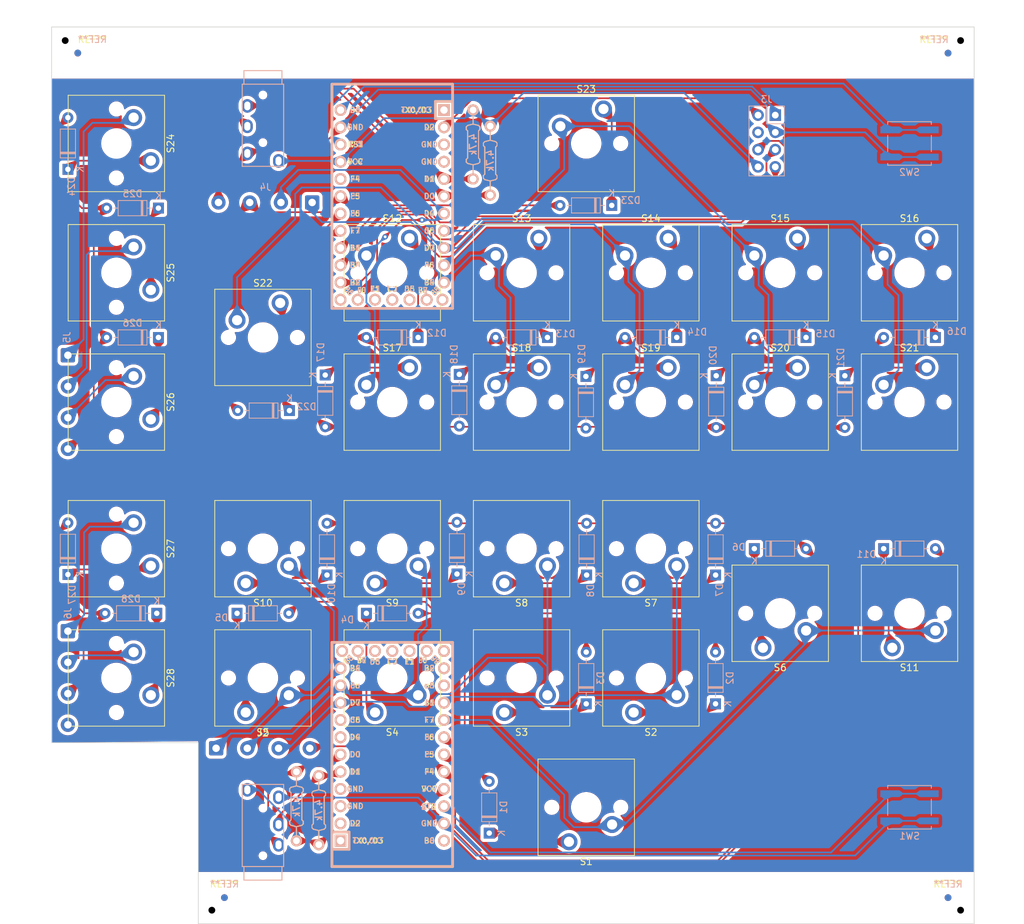
<source format=kicad_pcb>
(kicad_pcb (version 20221018) (generator pcbnew)
  (layers (0 "F.Cu" signal) (31 "B.Cu" signal) (34 "B.Paste" user) (35 "F.Paste" user) (36 "B.SilkS" user "B.Silkscreen") (37 "F.SilkS" user "F.Silkscreen") (38 "B.Mask" user) (39 "F.Mask" user) (44 "Edge.Cuts" user))
  (net 0 "")
  (net 1 "Net-(D1-K)")
  (net 2 "Net-(D2-K)")
  (net 3 "Net-(D3-K)")
  (net 4 "Net-(D4-K)")
  (net 5 "Net-(D5-K)")
  (net 6 "Net-(D6-K)")
  (net 7 "Net-(D7-K)")
  (net 8 "Net-(D8-K)")
  (net 9 "Net-(D9-K)")
  (net 10 "Net-(D10-K)")
  (net 11 "Net-(D11-K)")
  (net 12 "Net-(D12-K)")
  (net 13 "Net-(D13-K)")
  (net 14 "Net-(D14-K)")
  (net 15 "Net-(D15-K)")
  (net 16 "Net-(D16-K)")
  (net 17 "Net-(D17-K)")
  (net 18 "Net-(D18-K)")
  (net 19 "Net-(D19-K)")
  (net 20 "Net-(D20-K)")
  (net 21 "Net-(D21-K)")
  (net 22 "Net-(D22-K)")
  (net 23 "Net-(D23-K)")
  (net 24 "Net-(D24-K)")
  (net 25 "Net-(D25-K)")
  (net 26 "Net-(D26-K)")
  (net 27 "Net-(D27-K)")
  (net 28 "Net-(D28-K)")
  (net 29 "ss")
  (net 30 "motion")
  (net 31 "sclk")
  (net 32 "mosi")
  (net 33 "miso")
  (net 35 "Net-(SW1-A)")
  (net 36 "Net-(SW2-A)")
  (net 57 "l_row1")
  (net 58 "l_row2")
  (net 59 "l_row3")
  (net 60 "r_row1")
  (net 61 "r_row2")
  (net 62 "r_row3")
  (net 63 "t_row1")
  (net 64 "t_row2")
  (net 65 "l_col2")
  (net 66 "l_col3")
  (net 67 "l_col4")
  (net 68 "r_col3")
  (net 69 "r_col5")
  (net 70 "t_col3")
  (net 71 "t_col2")
  (net 72 "t_col1")
  (net 73 "t_col5")
  (net 74 "t_col4")
  (net 75 "r_data2")
  (net 76 "r_data1")
  (net 77 "l_data2")
  (net 78 "l_data1")
  (net 79 "l_col1")
  (net 80 "l_col5")
  (net 81 "r_col1")
  (net 82 "r_col2")
  (net 83 "r_col4")
  (net 88 "l_vcc")
  (net 89 "l_gnd")
  (net 90 "r_vcc")
  (net 91 "r_gnd")
  (net 92 "t_gnd")
  (footprint "" (layer "F.Cu") (at 75.7705 21.420625)
    (fp_text reference "")
    (fp_text value "")
  )
  (footprint "ScottoKeebs_MX:MX_PCB_1.00u" (layer "F.Cu") (at 83.3105 55.630625 -90)
    (fp_text reference "S25")
    (fp_text value "Keyswitch")
  )
  (footprint "Fiducial:Fiducial_1mm_Mask2mm" (layer "F.Cu") (at 99.2255 147.680625)
    (fp_text reference "REF**")
    (fp_text value "Fiducial_1mm_Mask2mm")
  )
  (footprint "ScottoKeebs_MX:MX_PCB_1.00u" (layer "F.Cu") (at 162.0505 96.270625 180)
    (fp_text reference "S7")
    (fp_text value "Keyswitch")
  )
  (footprint "ScottoKeebs_MX:MX_PCB_1.00u" (layer "F.Cu") (at 83.3105 74.680625 -90)
    (fp_text reference "S26")
    (fp_text value "Keyswitch")
  )
  (footprint "" (layer "F.Cu") (at 207.6755 21.420625)
    (fp_text reference "")
    (fp_text value "")
  )
  (footprint "ScottoKeebs_MX:MX_PCB_1.00u" (layer "F.Cu") (at 123.9505 74.680625)
    (fp_text reference "S17")
    (fp_text value "Keyswitch")
  )
  (footprint "ScottoKeebs_MX:MX_PCB_1.00u" (layer "F.Cu") (at 83.3105 96.270625 -90)
    (fp_text reference "S27")
    (fp_text value "Keyswitch")
  )
  (footprint "ScottoKeebs_MX:MX_PCB_1.00u" (layer "F.Cu") (at 200.1505 55.630625)
    (fp_text reference "S16")
    (fp_text value "Keyswitch")
  )
  (footprint "ScottoKeebs_MX:MX_PCB_1.00u" (layer "F.Cu") (at 104.9005 115.320625 180)
    (fp_text reference "S5")
    (fp_text value "Keyswitch")
  )
  (footprint "ScottoKeebs_MX:MX_PCB_1.00u" (layer "F.Cu") (at 83.3105 36.580625 -90)
    (fp_text reference "S24")
    (fp_text value "Keyswitch")
  )
  (footprint "" (layer "F.Cu") (at 207.6755 149.530625)
    (fp_text reference "")
    (fp_text value "")
  )
  (footprint "ScottoKeebs_MX:MX_PCB_4.00u" (layer "F.Cu") (at 152.5255 134.370625 180)
    (fp_text reference "S1")
    (fp_text value "Keyswitch")
  )
  (footprint "ScottoKeebs_MX:MX_PCB_6.00u" (layer "F.Cu") (at 152.5255 36.580625)
    (fp_text reference "S23")
    (fp_text value "Keyswitch")
  )
  (footprint "ScottoKeebs_MX:MX_PCB_2.00u_90deg" (layer "F.Cu") (at 104.9005 65.155625)
    (fp_text reference "S22")
    (fp_text value "Keyswitch")
  )
  (footprint "ScottoKeebs_MX:MX_PCB_2.00u_90deg" (layer "F.Cu") (at 181.1005 105.795625 180)
    (fp_text reference "S6")
    (fp_text value "Keyswitch")
  )
  (footprint "Fiducial:Fiducial_1mm_Mask2mm" (layer "F.Cu") (at 77.6205 23.270625)
    (fp_text reference "REF**")
    (fp_text value "Fiducial_1mm_Mask2mm")
  )
  (footprint "ScottoKeebs_MX:MX_PCB_1.00u" (layer "F.Cu") (at 123.9505 55.630625)
    (fp_text reference "S12")
    (fp_text value "Keyswitch")
  )
  (footprint "ScottoKeebs_MX:MX_PCB_1.00u" (layer "F.Cu") (at 83.3105 115.320625 -90)
    (fp_text reference "S28")
    (fp_text value "Keyswitch")
  )
  (footprint "ScottoKeebs_MX:MX_PCB_2.00u_90deg" (layer "F.Cu") (at 200.1505 105.795625 180)
    (fp_text reference "S11")
    (fp_text value "Keyswitch")
  )
  (footprint "PCM_kikit:NPTH" (layer "F.Cu") (at 97.3755 149.530625)
    (fp_text reference "REF**" hide)
    (fp_text value "NPTH" hide)
  )
  (footprint "ScottoKeebs_MX:MX_PCB_1.00u" (layer "F.Cu") (at 143.0005 96.270625 180)
    (fp_text reference "S8")
    (fp_text value "Keyswitch")
  )
  (footprint "ScottoKeebs_MX:MX_PCB_1.00u" (layer "F.Cu") (at 181.1005 55.630625)
    (fp_text reference "S15")
    (fp_text value "Keyswitch")
  )
  (footprint "ScottoKeebs_MX:MX_PCB_1.00u" (layer "F.Cu") (at 162.0505 115.320625 180)
    (fp_text reference "S2")
    (fp_text value "Keyswitch")
  )
  (footprint "ScottoKeebs_MX:MX_PCB_1.00u" (layer "F.Cu") (at 143.0005 74.680625)
    (fp_text reference "S18")
    (fp_text value "Keyswitch")
  )
  (footprint "ScottoKeebs_MX:MX_PCB_1.00u" (layer "F.Cu") (at 162.0505 55.630625)
    (fp_text reference "S14")
    (fp_text value "Keyswitch")
  )
  (footprint "ScottoKeebs_MX:MX_PCB_1.00u" (layer "F.Cu") (at 123.9505 96.270625 180)
    (fp_text reference "S9")
    (fp_text value "Keyswitch")
  )
  (footprint "ScottoKeebs_MX:MX_PCB_1.00u" (layer "F.Cu") (at 200.1505 74.680625)
    (fp_text reference "S21")
    (fp_text value "Keyswitch")
  )
  (footprint "ScottoKeebs_MX:MX_PCB_1.00u" (layer "F.Cu") (at 162.0505 74.680625)
    (fp_text reference "S19")
    (fp_text value "Keyswitch")
  )
  (footprint "ScottoKeebs_MX:MX_PCB_1.00u" (layer "F.Cu") (at 143.0005 55.630625)
    (fp_text reference "S13")
    (fp_text value "Keyswitch")
  )
  (footprint "Connector_Wire:SolderWire-0.5sqmm_1x04_P4.6mm_D0.9mm_OD2.1mm" (layer "F.Cu") (at 98.0005 125.676875)
    (fp_text reference "J2")
    (fp_text value "Conn_01x04")
  )
  (footprint "Fiducial:Fiducial_1mm_Mask2mm" (layer "F.Cu") (at 205.8255 147.680625)
    (fp_text reference "REF**")
    (fp_text value "Fiducial_1mm_Mask2mm")
  )
  (footprint "ScottoKeebs_MX:MX_PCB_1.00u" (layer "F.Cu") (at 143.0005 115.320625 180)
    (fp_text reference "S3")
    (fp_text value "Keyswitch")
  )
  (footprint "ScottoKeebs_MX:MX_PCB_1.00u" (layer "F.Cu") (at 104.9005 96.270625 180)
    (fp_text reference "S10")
    (fp_text value "Keyswitch")
  )
  (footprint "ScottoKeebs_MX:MX_PCB_1.00u" (layer "F.Cu") (at 123.9505 115.320625 180)
    (fp_text reference "S4")
    (fp_text value "Keyswitch")
  )
  (footprint "Fiducial:Fiducial_1mm_Mask2mm" (layer "F.Cu") (at 205.8255 23.270625)
    (fp_text reference "REF**")
    (fp_text value "Fiducial_1mm_Mask2mm")
  )
  (footprint "ScottoKeebs_MX:MX_PCB_1.00u" (layer "F.Cu") (at 181.1005 74.680625)
    (fp_text reference "S20")
    (fp_text value "Keyswitch")
  )
  (footprint "ScottoKeebs_Components:Diode_DO-35" (layer "B.Cu") (at 190.6255 70.795625 -90)
    (fp_text reference "D21")
    (fp_text value "Diode")
  )
  (footprint "Connector_Wire:SolderWire-0.5sqmm_1x04_P4.6mm_D0.9mm_OD2.1mm" (layer "B.Cu") (at 76.16675 108.420625 -90)
    (fp_text reference "J6")
    (fp_text value "Conn_01x04")
  )
  (footprint "Keebio-Parts:Elite-C" (layer "B.Cu") (at 123.9505 125.321875 90)
    (fp_text reference "U1" hide)
    (fp_text value "Elite-C" hide)
  )
  (footprint "ScottoKeebs_Components:Diode_DO-35" (layer "B.Cu") (at 138.238 138.180625 90)
    (fp_text reference "D1")
    (fp_text value "Diode")
  )
  (footprint "ScottoKeebs_Components:Diode_DO-35" (layer "B.Cu") (at 152.5255 119.130625 90)
    (fp_text reference "D3")
    (fp_text value "Diode")
  )
  (footprint "ScottoKeebs_Components:Diode_DO-35" (layer "B.Cu") (at 152.4755 70.895625 -90)
    (fp_text reference "D19")
    (fp_text value "Diode")
  )
  (footprint "Connector_PinHeader_2.54mm:PinHeader_2x04_P2.54mm_Vertical" (layer "B.Cu") (at 180.3755 32.405625 180)
    (fp_text reference "J3")
    (fp_text value "Conn_02x04_Counter_Clockwise")
  )
  (footprint "ScottoKeebs_Components:Diode_DO-35" (layer "B.Cu") (at 114.33675 100.155625 90)
    (fp_text reference "D10")
    (fp_text value "Diode")
  )
  (footprint "ScottoKeebs_Components:Diode_DO-35" (layer "B.Cu") (at 146.8105 65.155625 180)
    (fp_text reference "D13")
    (fp_text value "Diode")
  )
  (footprint "ScottoKeebs_Components:Diode_DO-35" (layer "B.Cu") (at 108.808 75.930625 180)
    (fp_text reference "D22")
    (fp_text value "Diode")
  )
  (footprint "ScottoKeebs_Components:Diode_DO-35" (layer "B.Cu") (at 114.0755 70.695625 -90)
    (fp_text reference "D17")
    (fp_text value "Diode")
  )
  (footprint "Button_Switch_SMD:SW_Push_1P1T_NO_CK_KSC6xxJ" (layer "B.Cu") (at 200.1505 36.580625 180)
    (fp_text reference "SW2")
    (fp_text value "SW_SPST")
  )
  (footprint "ScottoKeebs_Components:Diode_DO-35" (layer "B.Cu") (at 76.16675 100.080625 90)
    (fp_text reference "D27")
    (fp_text value "Diode")
  )
  (footprint "ScottoKeebs_Components:Diode_DO-35" (layer "B.Cu") (at 184.9105 65.155625 180)
    (fp_text reference "D15")
    (fp_text value "Diode")
  )
  (footprint "Keebio-Parts:Resistor" (layer "B.Cu") (at 109.83675 134.226875 90)
    (fp_text reference "R4" hide)
    (fp_text value "4.7k")
  )
  (footprint "Keebio-Parts:Resistor" (layer "B.Cu") (at 113.1255 134.795625 -90)
    (fp_text reference "R3" hide)
    (fp_text value "4.7k")
  )
  (footprint "ScottoKeebs_Components:Diode_DO-35" (layer "B.Cu") (at 203.9605 65.155625 180)
    (fp_text reference "D16")
    (fp_text value "Diode")
  )
  (footprint "ScottoKeebs_Components:Diode_DO-35" (layer "B.Cu") (at 177.2905 96.270625)
    (fp_text reference "D6")
    (fp_text value "Diode")
  )
  (footprint "ScottoKeebs_Components:Diode_DO-35" (layer "B.Cu") (at 171.6755 70.795625 -90)
    (fp_text reference "D20")
    (fp_text value "Diode")
  )
  (footprint "ScottoKeebs_Components:Diode_DO-35" (layer "B.Cu") (at 133.48675 100.005625 90)
    (fp_text reference "D9")
    (fp_text value "Diode")
  )
  (footprint "Keebio-Parts:Resistor" (layer "B.Cu") (at 135.85675 36.724375 90)
    (fp_text reference "R1" hide)
    (fp_text value "4.7k")
  )
  (footprint "ScottoKeebs_Components:Diode_DO-35" (layer "B.Cu") (at 89.2605 105.795625 180)
    (fp_text reference "D28")
    (fp_text value "Diode")
  )
  (footprint "ScottoKeebs_Components:Diode_DO-35" (layer "B.Cu") (at 120.1405 105.795625)
    (fp_text reference "D4")
    (fp_text value "Diode")
  )
  (footprint "Fiducial:Fiducial_1mm_Mask2mm" (layer "B.Cu") (at 205.8255 147.680625 180)
    (fp_text reference "REF**")
    (fp_text value "Fiducial_1mm_Mask2mm")
  )
  (footprint "Keebio-Parts:Resistor" (layer "B.Cu") (at 138.38175 39.105625 -90)
    (fp_text reference "R2" hide)
    (fp_text value "4.7k")
  )
  (footprint "ScottoKeebs_Components:Diode_DO-35" (layer "B.Cu") (at 89.50175 65.155625 180)
    (fp_text reference "D26")
    (fp_text value "Diode")
  )
  (footprint "Keebio-Parts:Elite-C" (layer "B.Cu") (at 123.9505 45.629375 -90)
    (fp_text reference "U3" hide)
    (fp_text value "Elite-C" hide)
  )
  (footprint "Fiducial:Fiducial_1mm_Mask2mm" (layer "B.Cu") (at 99.2255 147.680625 180)
    (fp_text reference "REF**")
    (fp_text value "Fiducial_1mm_Mask2mm")
  )
  (footprint "ScottoKeebs_Components:Diode_DO-35" (layer "B.Cu") (at 152.58675 100.155625 90)
    (fp_text reference "D8")
    (fp_text value "Diode")
  )
  (footprint "ScottoKeebs_Components:Diode_DO-35" (layer "B.Cu") (at 133.8255 70.595625 -90)
    (fp_text reference "D18")
    (fp_text value "Diode")
  )
  (footprint "ScottoKeebs_Components:Diode_DO-35" (layer "B.Cu") (at 89.50175 46.105625 180)
    (fp_text reference "D25")
    (fp_text value "Diode")
  )
  (footprint "Connector_Wire:SolderWire-0.5sqmm_1x04_P4.6mm_D0.9mm_OD2.1mm" (layer "B.Cu") (at 112.1505 45.274375 180)
    (fp_text reference "J4")
    (fp_text value "Conn_01x04")
  )
  (footprint "ScottoKeebs_Components:Diode_DO-35" (layer "B.Cu") (at 196.3405 96.270625)
    (fp_text reference "D11")
    (fp_text value "Diode")
  )
  (footprint "ScottoKeebs_Components:Diode_DO-35" (layer "B.Cu") (at 156.2855 45.705625 180)
    (fp_text reference "D23")
    (fp_text value "Diode")
  )
  (footprint "Fiducial:Fiducial_1mm_Mask2mm" (layer "B.Cu") (at 77.6205 23.250625 180)
    (fp_text reference "REF**")
    (fp_text value "Fiducial_1mm_Mask2mm")
  )
  (footprint "Fiducial:Fiducial_1mm_Mask2mm" (layer "B.Cu") (at 205.8255 23.270625 180)
    (fp_text reference "REF**")
    (fp_text value "Fiducial_1mm_Mask2mm")
  )
  (footprint "Button_Switch_SMD:SW_Push_1P1T_NO_CK_KSC6xxJ" (layer "B.Cu") (at 200.1505 134.370625 180)
    (fp_text reference "SW1")
    (fp_text value "SW_SPST")
  )
  (footprint "ScottoKeebs_Components:TRRS_PJ-320A" (layer "B.Cu") (at 104.9005 27.849375 180)
    (fp_text reference "U4")
    (fp_text value "TRRS")
  )
  (footprint "ScottoKeebs_Components:Diode_DO-35" (layer "B.Cu") (at 171.5755 119.130625 90)
    (fp_text reference "D2")
    (fp_text value "Diode")
  )
  (footprint "ScottoKeebs_Components:Diode_DO-35" (layer "B.Cu") (at 171.58675 100.155625 90)
    (fp_text reference "D7")
    (fp_text value "Diode")
  )
  (footprint "ScottoKeebs_Components:Diode_DO-35" (layer "B.Cu") (at 165.8605 65.155625 180)
    (fp_text reference "D14")
    (fp_text value "Diode")
  )
  (footprint "ScottoKeebs_Components:Diode_DO-35" (layer "B.Cu") (at 76.16675 40.390625 90)
    (fp_text reference "D24")
    (fp_text value "Diode")
  )
  (footprint "Connector_Wire:SolderWire-0.5sqmm_1x04_P4.6mm_D0.9mm_OD2.1mm" (layer "B.Cu") (at 76.16675 67.780625 -90)
    (fp_text reference "J5")
    (fp_text value "Conn_01x04")
  )
  (footprint "ScottoKeebs_Components:Diode_DO-35" (layer "B.Cu") (at 101.0905 105.795625)
    (fp_text reference "D5")
    (fp_text value "Diode")
  )
  (footprint "ScottoKeebs_Components:Diode_DO-35" (layer "B.Cu") (at 127.7605 65.155625 180)
    (fp_text reference "D12")
    (fp_text value "Diode")
  )
  (footprint "ScottoKeebs_Components:TRRS_PJ-320A" (layer "B.Cu") (at 104.9005 143.101875)
    (fp_text reference "U2")
    (fp_text value "TRRS")
  )
  (gr_poly (pts (xy 95.3755 124.845625) (xy 95.3755 151.530625) (xy 209.6755 151.530625) (xy 209.6755 19.420625) (xy 73.7705 19.420625) (xy 73.7855 124.845625)) (stroke (width 0.1)) (fill none) (layer "Edge.Cuts"))
  (segment (start 145.223 139.450625) (end 143.953 138.180625) (width 0.25) (layer "F.Cu") (net 1))
  (segment (start 143.953 138.180625) (end 138.238 138.180625) (width 0.25) (layer "F.Cu") (net 1))
  (segment (start 149.9855 139.450625) (end 145.223 139.450625) (width 0.25) (layer "F.Cu") (net 1))
  (segment (start 170.3055 120.400625) (end 159.5105 120.400625) (width 0.25) (layer "F.Cu") (net 2))
  (segment (start 171.5755 119.130625) (end 170.3055 120.400625) (width 0.25) (layer "F.Cu") (net 2))
  (segment (start 152.5255 119.130625) (end 151.2555 120.400625) (width 0.25) (layer "F.Cu") (net 3))
  (segment (start 151.2555 120.400625) (end 140.4605 120.400625) (width 0.25) (layer "F.Cu") (net 3))
  (segment (start 120.1405 105.795625) (end 120.1405 119.130625) (width 0.25) (layer "F.Cu") (net 4))
  (segment (start 120.1405 119.130625) (end 121.4105 120.400625) (width 0.25) (layer "F.Cu") (net 4))
  (segment (start 101.8755 113.795625) (end 101.8755 117.345625) (width 0.25) (layer "F.Cu") (net 5))
  (segment (start 102.3605 117.830625) (end 102.3605 120.400625) (width 0.25) (layer "F.Cu") (net 5))
  (segment (start 101.0905 113.010625) (end 101.8755 113.795625) (width 0.25) (layer "F.Cu") (net 5))
  (segment (start 101.0905 105.795625) (end 101.0905 113.010625) (width 0.25) (layer "F.Cu") (net 5))
  (segment (start 101.8755 117.345625) (end 102.3605 117.830625) (width 0.25) (layer "F.Cu") (net 5))
  (segment (start 177.2905 96.270625) (end 177.2905 102.810625) (width 0.25) (layer "F.Cu") (net 6))
  (segment (start 178.1755 103.695625) (end 178.1755 110.490625) (width 0.25) (layer "F.Cu") (net 6))
  (segment (start 177.2905 102.810625) (end 178.1755 103.695625) (width 0.25) (layer "F.Cu") (net 6))
  (segment (start 177.2905 96.270625) (end 177.8755 96.855625) (width 0.25) (layer "F.Cu") (net 6))
  (segment (start 177.8755 110.190625) (end 178.5605 110.875625) (width 0.25) (layer "F.Cu") (net 6))
  (segment (start 178.1755 110.490625) (end 178.5605 110.875625) (width 0.25) (layer "F.Cu") (net 6))
  (segment (start 171.58675 100.155625) (end 170.39175 101.350625) (width 0.25) (layer "F.Cu") (net 7))
  (segment (start 170.39175 101.350625) (end 159.5105 101.350625) (width 0.25) (layer "F.Cu") (net 7))
  (segment (start 151.39175 101.350625) (end 140.4605 101.350625) (width 0.25) (layer "F.Cu") (net 8))
  (segment (start 152.58675 100.155625) (end 151.39175 101.350625) (width 0.25) (layer "F.Cu") (net 8))
  (segment (start 133.48675 100.005625) (end 132.14175 101.350625) (width 0.25) (layer "F.Cu") (net 9))
  (segment (start 132.14175 101.350625) (end 121.4105 101.350625) (width 0.25) (layer "F.Cu") (net 9))
  (segment (start 114.33675 100.155625) (end 113.14175 101.350625) (width 0.25) (layer "F.Cu") (net 10))
  (segment (start 113.14175 101.350625) (end 102.3605 101.350625) (width 0.25) (layer "F.Cu") (net 10))
  (segment (start 196.3405 96.270625) (end 196.3405 102.460625) (width 0.25) (layer "F.Cu") (net 11))
  (segment (start 196.3405 102.460625) (end 197.0755 103.195625) (width 0.25) (layer "F.Cu") (net 11))
  (segment (start 197.0755 110.340625) (end 197.6105 110.875625) (width 0.25) (layer "F.Cu") (net 11))
  (segment (start 197.0755 103.195625) (end 197.0755 110.340625) (width 0.25) (layer "F.Cu") (net 11))
  (segment (start 127.7605 51.820625) (end 126.4905 50.550625) (width 0.25) (layer "F.Cu") (net 12))
  (segment (start 127.7605 65.155625) (end 127.7605 51.820625) (width 0.25) (layer "F.Cu") (net 12))
  (segment (start 145.5405 63.885625) (end 146.8105 65.155625) (width 0.25) (layer "F.Cu") (net 13))
  (segment (start 145.5405 50.550625) (end 145.5405 63.885625) (width 0.25) (layer "F.Cu") (net 13))
  (segment (start 165.8605 51.820625) (end 164.5905 50.550625) (width 0.25) (layer "F.Cu") (net 14))
  (segment (start 165.8605 65.155625) (end 165.8605 51.820625) (width 0.25) (layer "F.Cu") (net 14))
  (segment (start 184.2255 51.135625) (end 183.6405 50.550625) (width 0.25) (layer "F.Cu") (net 15))
  (segment (start 184.9105 65.155625) (end 184.2255 64.470625) (width 0.25) (layer "F.Cu") (net 15))
  (segment (start 184.2255 64.470625) (end 184.2255 51.135625) (width 0.25) (layer "F.Cu") (net 15))
  (segment (start 203.9605 65.155625) (end 203.3255 64.520625) (width 0.25) (layer "F.Cu") (net 16))
  (segment (start 203.3255 51.185625) (end 202.6905 50.550625) (width 0.25) (layer "F.Cu") (net 16))
  (segment (start 203.3255 64.520625) (end 203.3255 51.185625) (width 0.25) (layer "F.Cu") (net 16))
  (segment (start 114.0755 70.695625) (end 115.1705 69.600625) (width 0.25) (layer "F.Cu") (net 17))
  (segment (start 115.1705 69.600625) (end 126.4905 69.600625) (width 0.25) (layer "F.Cu") (net 17))
  (segment (start 133.8255 70.595625) (end 134.8205 69.600625) (width 0.25) (layer "F.Cu") (net 18))
  (segment (start 134.8205 69.600625) (end 145.5405 69.600625) (width 0.25) (layer "F.Cu") (net 18))
  (segment (start 152.4755 70.895625) (end 153.7705 69.600625) (width 0.25) (layer "F.Cu") (net 19))
  (segment (start 153.7705 69.600625) (end 164.5905 69.600625) (width 0.25) (layer "F.Cu") (net 19))
  (segment (start 172.8705 69.600625) (end 183.6405 69.600625) (width 0.25) (layer "F.Cu") (net 20))
  (segment (start 171.6755 70.795625) (end 172.8705 69.600625) (width 0.25) (layer "F.Cu") (net 20))
  (segment (start 191.8205 69.600625) (end 202.6905 69.600625) (width 0.25) (layer "F.Cu") (net 21))
  (segment (start 190.6255 70.795625) (end 191.8205 69.600625) (width 0.25) (layer "F.Cu") (net 21))
  (segment (start 107.8755 74.998125) (end 108.808 75.930625) (width 0.25) (layer "F.Cu") (net 22))
  (segment (start 107.8755 60.510625) (end 107.8755 74.998125) (width 0.25) (layer "F.Cu") (net 22))
  (segment (start 107.4405 60.075625) (end 107.8755 60.510625) (width 0.25) (layer "F.Cu") (net 22))
  (segment (start 156.2855 32.720625) (end 155.0655 31.500625) (width 0.25) (layer "F.Cu") (net 23))
  (segment (start 156.2855 45.705625) (end 156.2855 32.720625) (width 0.25) (layer "F.Cu") (net 23))
  (segment (start 77.43675 39.120625) (end 76.16675 40.390625) (width 0.25) (layer "F.Cu") (net 24))
  (segment (start 88.3905 39.120625) (end 77.43675 39.120625) (width 0.25) (layer "F.Cu") (net 24))
  (segment (start 88.3905 47.216875) (end 89.50175 46.105625) (width 0.25) (layer "F.Cu") (net 25))
  (segment (start 88.3905 58.170625) (end 88.3905 47.216875) (width 0.25) (layer "F.Cu") (net 25))
  (segment (start 89.50175 65.155625) (end 89.50175 76.109375) (width 0.25) (layer "F.Cu") (net 26))
  (segment (start 89.50175 76.109375) (end 88.3905 77.220625) (width 0.25) (layer "F.Cu") (net 26))
  (segment (start 76.908 99.339375) (end 87.86175 99.339375) (width 0.25) (layer "F.Cu") (net 27))
  (segment (start 87.86175 99.339375) (end 88.3905 98.810625) (width 0.25) (layer "F.Cu") (net 27))
  (segment (start 76.16675 100.080625) (end 76.908 99.339375) (width 0.25) (layer "F.Cu") (net 27))
  (segment (start 89.2605 116.990625) (end 88.3905 117.860625) (width 0.25) (layer "F.Cu") (net 28))
  (segment (start 89.2605 105.795625) (end 89.2605 116.990625) (width 0.25) (layer "F.Cu") (net 28))
  (segment (start 116.3305 31.659375) (end 119.78425 28.205625) (width 0.25) (layer "B.Cu") (net 29))
  (segment (start 180.3755 31.605625) (end 180.3755 32.405625) (width 0.25) (layer "B.Cu") (net 29))
  (segment (start 176.9755 28.205625) (end 180.3755 31.605625) (width 0.25) (layer "B.Cu") (net 29))
  (segment (start 119.78425 28.205625) (end 176.9755 28.205625) (width 0.25) (layer "B.Cu") (net 29))
  (segment (start 175.3555 29.925625) (end 135.84425 29.925625) (width 0.25) (layer "F.Cu") (net 30))
  (segment (start 135.84425 29.925625) (end 131.5705 34.199375) (width 0.25) (layer "F.Cu") (net 30))
  (segment (start 177.8355 32.405625) (end 175.3555 29.925625) (width 0.25) (layer "F.Cu") (net 30))
  (segment (start 175.002708 47.305625) (end 179.0755 43.232833) (width 0.25) (layer "F.Cu") (net 31))
  (segment (start 130.9755 48.205625) (end 133.3755 48.205625) (width 0.25) (layer "F.Cu") (net 31))
  (segment (start 128.91795 46.148075) (end 130.9755 48.205625) (width 0.25) (layer "F.Cu") (net 31))
  (segment (start 122.1618 46.148075) (end 128.91795 46.148075) (width 0.25) (layer "F.Cu") (net 31))
  (segment (start 179.0755 43.232833) (end 179.0755 38.785625) (width 0.25) (layer "F.Cu") (net 31))
  (segment (start 179.0755 38.785625) (end 180.3755 37.485625) (width 0.25) (layer "F.Cu") (net 31))
  (segment (start 133.3755 48.205625) (end 134.2755 47.305625) (width 0.25) (layer "F.Cu") (net 31))
  (segment (start 134.2755 47.305625) (end 175.002708 47.305625) (width 0.25) (layer "F.Cu") (net 31))
  (segment (start 116.3305 51.979375) (end 122.1618 46.148075) (width 0.25) (layer "F.Cu") (net 31))
  (segment (start 175.3755 48.205625) (end 181.7755 41.805625) (width 0.25) (layer "F.Cu") (net 32))
  (segment (start 181.7755 41.805625) (end 181.7755 37.033924) (width 0.25) (layer "F.Cu") (net 32))
  (segment (start 181.7755 37.033924) (end 180.947201 36.205625) (width 0.25) (layer "F.Cu") (net 32))
  (segment (start 129.7255 48.228417) (end 129.7255 52.105625) (width 0.25) (layer "F.Cu") (net 32))
  (segment (start 121.7155 54.553392) (end 121.7155 49.770771) (width 0.25) (layer "F.Cu") (net 32))
  (segment (start 129.7255 52.105625) (end 130.8755 53.255625) (width 0.25) (layer "F.Cu") (net 32))
  (segment (start 119.209517 57.059375) (end 121.7155 54.553392) (width 0.25) (layer "F.Cu") (net 32))
  (segment (start 124.438196 47.048075) (end 128.545158 47.048075) (width 0.25) (layer "F.Cu") (net 32))
  (segment (start 180.947201 36.205625) (end 179.1155 36.205625) (width 0.25) (layer "F.Cu") (net 32))
  (segment (start 130.8755 53.255625) (end 132.5255 53.255625) (width 0.25) (layer "F.Cu") (net 32))
  (segment (start 121.7155 49.770771) (end 124.438196 47.048075) (width 0.25) (layer "F.Cu") (net 32))
  (segment (start 128.545158 47.048075) (end 129.7255 48.228417) (width 0.25) (layer "F.Cu") (net 32))
  (segment (start 132.5255 53.255625) (end 137.5755 48.205625) (width 0.25) (layer "F.Cu") (net 32))
  (segment (start 179.1155 36.205625) (end 177.8355 37.485625) (width 0.25) (layer "F.Cu") (net 32))
  (segment (start 116.3305 57.059375) (end 119.209517 57.059375) (width 0.25) (layer "F.Cu") (net 32))
  (segment (start 137.5755 48.205625) (end 175.3755 48.205625) (width 0.25) (layer "F.Cu") (net 32))
  (segment (start 132.8755 50.705625) (end 135.8255 47.755625) (width 0.25) (layer "F.Cu") (net 33))
  (segment (start 130.2255 48.092021) (end 130.2255 50.005625) (width 0.25) (layer "F.Cu") (net 33))
  (segment (start 116.3305 54.519375) (end 124.2518 46.598075) (width 0.25) (layer "F.Cu") (net 33))
  (segment (start 180.3755 42.569229) (end 180.3755 40.025625) (width 0.25) (layer "F.Cu") (net 33))
  (segment (start 128.731554 46.598075) (end 130.2255 48.092021) (width 0.25) (layer "F.Cu") (net 33))
  (segment (start 130.2255 50.005625) (end 130.9255 50.705625) (width 0.25) (layer "F.Cu") (net 33))
  (segment (start 175.189104 47.755625) (end 180.3755 42.569229) (width 0.25) (layer "F.Cu") (net 33))
  (segment (start 124.2518 46.598075) (end 128.731554 46.598075) (width 0.25) (layer "F.Cu") (net 33))
  (segment (start 135.8255 47.755625) (end 175.189104 47.755625) (width 0.25) (layer "F.Cu") (net 33))
  (segment (start 130.9255 50.705625) (end 132.8755 50.705625) (width 0.25) (layer "F.Cu") (net 33))
  (segment (start 203.0505 132.370625) (end 197.2505 132.370625) (width 0.25) (layer "B.Cu") (net 35))
  (segment (start 138.38425 141.025625) (end 131.5705 134.211875) (width 0.25) (layer "B.Cu") (net 35))
  (segment (start 197.2505 132.370625) (end 188.5955 141.025625) (width 0.25) (layer "B.Cu") (net 35))
  (segment (start 188.5955 141.025625) (end 138.38425 141.025625) (width 0.25) (layer "B.Cu") (net 35))
  (segment (start 115.1292 31.051925) (end 118.4255 27.755625) (width 0.25) (layer "B.Cu") (net 36))
  (segment (start 197.2505 34.580625) (end 203.0505 34.580625) (width 0.25) (layer "B.Cu") (net 36))
  (segment (start 116.3305 36.739375) (end 115.1292 35.538075) (width 0.25) (layer "B.Cu") (net 36))
  (segment (start 118.4255 27.755625) (end 190.4255 27.755625) (width 0.25) (layer "B.Cu") (net 36))
  (segment (start 190.4255 27.755625) (end 197.2505 34.580625) (width 0.25) (layer "B.Cu") (net 36))
  (segment (start 115.1292 35.538075) (end 115.1292 31.051925) (width 0.25) (layer "B.Cu") (net 36))
  (segment (start 133.4755 105.795625) (end 150.14425 105.795625) (width 0.25) (layer "F.Cu") (net 57))
  (segment (start 169.19425 105.795625) (end 171.5755 108.176875) (width 0.25) (layer "F.Cu") (net 57))
  (segment (start 171.5755 108.176875) (end 171.5755 111.510625) (width 0.25) (layer "F.Cu") (net 57))
  (segment (start 110.4105 104.095625) (end 108.7105 105.795625) (width 0.25) (layer "F.Cu") (net 57))
  (segment (start 130.4755 105.795625) (end 128.7755 104.095625) (width 0.25) (layer "F.Cu") (net 57))
  (segment (start 135.444875 127.92625) (end 138.07925 130.560625) (width 0.25) (layer "F.Cu") (net 57))
  (segment (start 128.7755 104.095625) (end 110.4105 104.095625) (width 0.25) (layer "F.Cu") (net 57))
  (segment (start 150.14425 105.795625) (end 169.19425 105.795625) (width 0.25) (layer "F.Cu") (net 57))
  (segment (start 135.444875 127.92625) (end 134.6255 127.106875) (width 0.25) (layer "F.Cu") (net 57))
  (segment (start 138.07925 130.560625) (end 138.238 130.560625) (width 0.25) (layer "F.Cu") (net 57))
  (segment (start 131.5705 124.051875) (end 132.919875 125.40125) (width 0.25) (layer "F.Cu") (net 57))
  (segment (start 152.5255 108.176875) (end 152.5255 111.510625) (width 0.25) (layer "F.Cu") (net 57))
  (segment (start 133.4755 105.795625) (end 133.2255 105.795625) (width 0.25) (layer "F.Cu") (net 57))
  (segment (start 150.14425 105.795625) (end 152.5255 108.176875) (width 0.25) (layer "F.Cu") (net 57))
  (segment (start 132.919875 125.40125) (end 135.444875 127.92625) (width 0.25) (layer "F.Cu") (net 57))
  (segment (start 133.2255 105.795625) (end 130.4755 105.795625) (width 0.25) (layer "F.Cu") (net 57))
  (segment (start 134.6255 107.195625) (end 133.2255 105.795625) (width 0.25) (layer "F.Cu") (net 57))
  (segment (start 134.6255 127.106875) (end 134.6255 107.195625) (width 0.25) (layer "F.Cu") (net 57))
  (segment (start 133.4755 105.795625) (end 127.7605 105.795625) (width 0.25) (layer "F.Cu") (net 57))
  (segment (start 133.2218 137.355529) (end 138.061896 142.195625) (width 0.25) (layer "F.Cu") (net 58))
  (segment (start 192.58675 103.946875) (end 184.9105 96.270625) (width 0.25) (layer "F.Cu") (net 58))
  (segment (start 192.58675 121.547979) (end 192.58675 103.946875) (width 0.25) (layer "F.Cu") (net 58))
  (segment (start 131.5705 126.591875) (end 133.2218 128.243175) (width 0.25) (layer "F.Cu") (net 58))
  (segment (start 181.1755 92.535625) (end 114.33675 92.535625) (width 0.25) (layer "F.Cu") (net 58))
  (segment (start 138.061896 142.195625) (end 171.939104 142.195625) (width 0.25) (layer "F.Cu") (net 58))
  (segment (start 184.9105 96.270625) (end 181.1755 92.535625) (width 0.25) (layer "F.Cu") (net 58))
  (segment (start 133.2218 128.243175) (end 133.2218 137.355529) (width 0.25) (layer "F.Cu") (net 58))
  (segment (start 171.939104 142.195625) (end 192.58675 121.547979) (width 0.25) (layer "F.Cu") (net 58))
  (segment (start 112.0868 125.390575) (end 111.8005 125.676875) (width 0.25) (layer "F.Cu") (net 59))
  (segment (start 127.8292 125.390575) (end 112.0868 125.390575) (width 0.25) (layer "F.Cu") (net 59))
  (segment (start 132.7718 137.541925) (end 132.7718 130.333175) (width 0.25) (layer "F.Cu") (net 59))
  (segment (start 172.1255 142.645625) (end 137.8755 142.645625) (width 0.25) (layer "F.Cu") (net 59))
  (segment (start 131.5705 129.131875) (end 127.8292 125.390575) (width 0.25) (layer "F.Cu") (net 59))
  (segment (start 206.4805 108.290625) (end 172.1255 142.645625) (width 0.25) (layer "F.Cu") (net 59))
  (segment (start 132.7718 130.333175) (end 131.5705 129.131875) (width 0.25) (layer "F.Cu") (net 59))
  (segment (start 203.9605 96.270625) (end 206.4805 98.790625) (width 0.25) (layer "F.Cu") (net 59))
  (segment (start 206.4805 98.790625) (end 206.4805 108.290625) (width 0.25) (layer "F.Cu") (net 59))
  (segment (start 137.8755 142.645625) (end 132.7718 137.541925) (width 0.25) (layer "F.Cu") (net 59))
  (segment (start 177.2905 65.155625) (end 174.9905 67.455625) (width 0.25) (layer "F.Cu") (net 60))
  (segment (start 160.5405 67.455625) (end 158.2405 65.155625) (width 0.25) (layer "F.Cu") (net 60))
  (segment (start 156.1405 67.255625) (end 141.2905 67.255625) (width 0.25) (layer "F.Cu") (net 60))
  (segment (start 117.7255 65.155625) (end 114.4755 61.905625) (width 0.25) (layer "F.Cu") (net 60))
  (segment (start 139.1905 65.155625) (end 137.2405 67.105625) (width 0.25) (layer "F.Cu") (net 60))
  (segment (start 158.2405 65.155625) (end 156.1405 67.255625) (width 0.25) (layer "F.Cu") (net 60))
  (segment (start 196.3405 65.155625) (end 194.0905 67.405625) (width 0.25) (layer "F.Cu") (net 60))
  (segment (start 114.4755 61.905625) (end 114.4755 50.505625) (width 0.25) (layer "F.Cu") (net 60))
  (segment (start 141.2905 67.255625) (end 139.1905 65.155625) (width 0.25) (layer "F.Cu") (net 60))
  (segment (start 179.5405 67.405625) (end 177.2905 65.155625) (width 0.25) (layer "F.Cu") (net 60))
  (segment (start 115.54175 49.439375) (end 116.3305 49.439375) (width 0.25) (layer "F.Cu") (net 60))
  (segment (start 114.4755 50.505625) (end 115.54175 49.439375) (width 0.25) (layer "F.Cu") (net 60))
  (segment (start 122.0905 67.105625) (end 120.1405 65.155625) (width 0.25) (layer "F.Cu") (net 60))
  (segment (start 120.1405 65.155625) (end 117.7255 65.155625) (width 0.25) (layer "F.Cu") (net 60))
  (segment (start 194.0905 67.405625) (end 179.5405 67.405625) (width 0.25) (layer "F.Cu") (net 60))
  (segment (start 174.9905 67.455625) (end 160.5405 67.455625) (width 0.25) (layer "F.Cu") (net 60))
  (segment (start 137.2405 67.105625) (end 122.0905 67.105625) (width 0.25) (layer "F.Cu") (net 60))
  (segment (start 114.0755 78.315625) (end 112.4255 76.665625) (width 0.25) (layer "F.Cu") (net 61))
  (segment (start 114.0755 78.315625) (end 171.5755 78.315625) (width 0.25) (layer "F.Cu") (net 61))
  (segment (start 171.5755 78.315625) (end 171.6755 78.415625) (width 0.25) (layer "F.Cu") (net 61))
  (segment (start 171.6755 78.415625) (end 190.6255 78.415625) (width 0.25) (layer "F.Cu") (net 61))
  (segment (start 112.4255 76.665625) (end 112.4255 50.804375) (width 0.25) (layer "F.Cu") (net 61))
  (segment (start 112.4255 50.804375) (end 116.3305 46.899375) (width 0.25) (layer "F.Cu") (net 61))
  (segment (start 148.65795 45.698075) (end 117.6692 45.698075) (width 0.25) (layer "F.Cu") (net 62))
  (segment (start 104.38175 46.705625) (end 113.98425 46.705625) (width 0.25) (layer "F.Cu") (net 62))
  (segment (start 116.3305 44.359375) (end 113.98425 46.705625) (width 0.25) (layer "F.Cu") (net 62))
  (segment (start 101.188 75.930625) (end 98.0755 72.818125) (width 0.25) (layer "F.Cu") (net 62))
  (segment (start 98.0755 50.149375) (end 98.0755 72.818125) (width 0.25) (layer "F.Cu") (net 62))
  (segment (start 102.9505 45.274375) (end 104.38175 46.705625) (width 0.25) (layer "F.Cu") (net 62))
  (segment (start 148.6655 45.705625) (end 148.65795 45.698075) (width 0.25) (layer "F.Cu") (net 62))
  (segment (start 102.9505 45.274375) (end 98.0755 50.149375) (width 0.25) (layer "F.Cu") (net 62))
  (segment (start 117.6692 45.698075) (end 116.3305 44.359375) (width 0.25) (layer "F.Cu") (net 62))
  (segment (start 81.88175 65.155625) (end 79.97925 67.058125) (width 0.25) (layer "F.Cu") (net 63))
  (segment (start 81.88175 46.105625) (end 79.97925 48.008125) (width 0.25) (layer "F.Cu") (net 63))
  (segment (start 79.97925 77.768125) (end 76.16675 81.580625) (width 0.25) (layer "F.Cu") (net 63))
  (segment (start 74.47925 42.344375) (end 78.2405 46.105625) (width 0.25) (layer "F.Cu") (net 63))
  (segment (start 78.2405 46.105625) (end 81.88175 46.105625) (width 0.25) (layer "F.Cu") (net 63))
  (segment (start 79.97925 48.008125) (end 79.97925 63.253125) (width 0.25) (layer "F.Cu") (net 63))
  (segment (start 74.47925 34.458125) (end 74.47925 42.344375) (width 0.25) (layer "F.Cu") (net 63))
  (segment (start 76.16675 32.770625) (end 74.47925 34.458125) (width 0.25) (layer "F.Cu") (net 63))
  (segment (start 79.97925 67.058125) (end 79.97925 77.768125) (width 0.25) (layer "F.Cu") (net 63))
  (segment (start 79.97925 63.253125) (end 81.88175 65.155625) (width 0.25) (layer "F.Cu") (net 63))
  (segment (start 74.57925 94.048125) (end 76.16675 92.460625) (width 0.25) (layer "F.Cu") (net 64))
  (segment (start 74.57925 101.826875) (end 74.57925 94.048125) (width 0.25) (layer "F.Cu") (net 64))
  (segment (start 78.548 105.795625) (end 74.57925 101.826875) (width 0.25) (layer "F.Cu") (net 64))
  (segment (start 78.47925 115.308125) (end 78.47925 108.956875) (width 0.25) (layer "F.Cu") (net 64))
  (segment (start 81.6405 105.795625) (end 78.548 105.795625) (width 0.25) (layer "F.Cu") (net 64))
  (segment (start 78.47925 108.956875) (end 81.6405 105.795625) (width 0.25) (layer "F.Cu") (net 64))
  (segment (start 76.16675 117.620625) (end 78.47925 115.308125) (width 0.25) (layer "F.Cu") (net 64))
  (segment (start 146.158113 119.435625) (end 149.9705 119.435625) (width 0.25) (layer "B.Cu") (net 65))
  (segment (start 151.5455 117.860625) (end 165.8605 117.860625) (width 0.25) (layer "B.Cu") (net 65))
  (segment (start 131.5705 118.971875) (end 132.4468 118.095575) (width 0.25) (layer "B.Cu") (net 65))
  (segment (start 165.8605 98.810625) (end 165.8605 117.860625) (width 0.25) (layer "B.Cu") (net 65))
  (segment (start 132.4468 118.095575) (end 144.818063 118.095575) (width 0.25) (layer "B.Cu") (net 65))
  (segment (start 144.818063 118.095575) (end 146.158113 119.435625) (width 0.25) (layer "B.Cu") (net 65))
  (segment (start 149.9705 119.435625) (end 151.5455 117.860625) (width 0.25) (layer "B.Cu") (net 65))
  (segment (start 146.8105 98.810625) (end 146.8105 117.860625) (width 0.25) (layer "B.Cu") (net 66))
  (segment (start 115.39925 118.971875) (end 116.3305 118.971875) (width 0.25) (layer "B.Cu") (net 66))
  (segment (start 116.47675 118.825625) (end 116.3305 118.971875) (width 0.25) (layer "B.Cu") (net 66))
  (segment (start 130.7255 117.695625) (end 128.8755 119.545625) (width 0.25) (layer "B.Cu") (net 66))
  (segment (start 107.2005 125.676875) (end 108.69425 125.676875) (width 0.25) (layer "B.Cu") (net 66))
  (segment (start 146.8105 113.630625) (end 145.5255 112.345625) (width 0.25) (layer "B.Cu") (net 66))
  (segment (start 108.69425 125.676875) (end 115.39925 118.971875) (width 0.25) (layer "B.Cu") (net 66))
  (segment (start 128.8755 119.545625) (end 126.4255 119.545625) (width 0.25) (layer "B.Cu") (net 66))
  (segment (start 132.210354 117.695625) (end 130.7255 117.695625) (width 0.25) (layer "B.Cu") (net 66))
  (segment (start 125.7055 118.825625) (end 116.47675 118.825625) (width 0.25) (layer "B.Cu") (net 66))
  (segment (start 126.4255 119.545625) (end 125.7055 118.825625) (width 0.25) (layer "B.Cu") (net 66))
  (segment (start 138.0255 112.345625) (end 132.72555 117.645575) (width 0.25) (layer "B.Cu") (net 66))
  (segment (start 146.8105 117.860625) (end 146.8105 113.630625) (width 0.25) (layer "B.Cu") (net 66))
  (segment (start 132.72555 117.645575) (end 132.260404 117.645575) (width 0.25) (layer "B.Cu") (net 66))
  (segment (start 145.5255 112.345625) (end 138.0255 112.345625) (width 0.25) (layer "B.Cu") (net 66))
  (segment (start 132.260404 117.645575) (end 132.210354 117.695625) (width 0.25) (layer "B.Cu") (net 66))
  (segment (start 129.010499 107.530624) (end 129.0755 107.595625) (width 0.25) (layer "B.Cu") (net 67))
  (segment (start 109.21675 123.545625) (end 116.3305 116.431875) (width 0.25) (layer "B.Cu") (net 67))
  (segment (start 129.0755 107.595625) (end 127.7605 108.910625) (width 0.25) (layer "B.Cu") (net 67))
  (segment (start 129.010499 100.060624) (end 129.010499 107.530624) (width 0.25) (layer "B.Cu") (net 67))
  (segment (start 104.73175 123.545625) (end 109.21675 123.545625) (width 0.25) (layer "B.Cu") (net 67))
  (segment (start 102.6005 125.676875) (end 104.73175 123.545625) (width 0.25) (layer "B.Cu") (net 67))
  (segment (start 127.7605 117.860625) (end 117.75925 117.860625) (width 0.25) (layer "B.Cu") (net 67))
  (segment (start 127.7605 108.910625) (end 127.7605 117.860625) (width 0.25) (layer "B.Cu") (net 67))
  (segment (start 127.7605 98.810625) (end 129.010499 100.060624) (width 0.25) (layer "B.Cu") (net 67))
  (segment (start 117.75925 117.860625) (end 116.3305 116.431875) (width 0.25) (layer "B.Cu") (net 67))
  (segment (start 160.3755 70.005625) (end 160.3755 58.605625) (width 0.25) (layer "B.Cu") (net 68))
  (segment (start 158.7255 53.575625) (end 158.2405 53.090625) (width 0.25) (layer "B.Cu") (net 68))
  (segment (start 158.2405 53.070625) (end 153.6755 48.505625) (width 0.25) (layer "B.Cu") (net 68))
  (segment (start 137.58425 48.505625) (end 131.5705 54.519375) (width 0.25) (layer "B.Cu") (net 68))
  (segment (start 158.2405 53.090625) (end 158.2405 53.070625) (width 0.25) (layer "B.Cu") (net 68))
  (segment (start 160.3755 58.605625) (end 158.7255 56.955625) (width 0.25) (layer "B.Cu") (net 68))
  (segment (start 153.6755 48.505625) (end 137.58425 48.505625) (width 0.25) (layer "B.Cu") (net 68))
  (segment (start 158.2405 72.140625) (end 160.3755 70.005625) (width 0.25) (layer "B.Cu") (net 68))
  (segment (start 158.7255 56.955625) (end 158.7255 53.575625) (width 0.25) (layer "B.Cu") (net 68))
  (segment (start 148.7155 34.040625) (end 158.876896 34.040625) (width 0.25) (layer "B.Cu") (net 69))
  (segment (start 198.5255 69.955625) (end 198.5255 58.955625) (width 0.25) (layer "B.Cu") (net 69))
  (segment (start 191.7555 48.505625) (end 196.3405 53.090625) (width 0.25) (layer "B.Cu") (net 69))
  (segment (start 137.211458 47.605625) (end 142.0755 47.605625) (width 0.25) (layer "B.Cu") (net 69))
  (segment (start 158.876896 34.040625) (end 173.341896 48.505625) (width 0.25) (layer "B.Cu") (net 69))
  (segment (start 135.377708 49.439375) (end 137.211458 47.605625) (width 0.25) (layer "B.Cu") (net 69))
  (segment (start 196.9255 57.355625) (end 196.9255 53.675625) (width 0.25) (layer "B.Cu") (net 69))
  (segment (start 173.341896 48.505625) (end 191.7555 48.505625) (width 0.25) (layer "B.Cu") (net 69))
  (segment (start 198.5255 58.955625) (end 196.9255 57.355625) (width 0.25) (layer "B.Cu") (net 69))
  (segment (start 196.9255 53.675625) (end 196.3405 53.090625) (width 0.25) (layer "B.Cu") (net 69))
  (segment (start 196.3405 72.140625) (end 198.5255 69.955625) (width 0.25) (layer "B.Cu") (net 69))
  (segment (start 149.2755 40.405625) (end 149.2755 34.600625) (width 0.25) (layer "B.Cu") (net 69))
  (segment (start 131.5705 49.439375) (end 135.377708 49.439375) (width 0.25) (layer "B.Cu") (net 69))
  (segment (start 149.2755 34.600625) (end 148.7155 34.040625) (width 0.25) (layer "B.Cu") (net 69))
  (segment (start 142.0755 47.605625) (end 149.2755 40.405625) (width 0.25) (layer "B.Cu") (net 69))
  (segment (start 76.16675 76.980625) (end 81.703 71.444375) (width 0.25) (layer "B.Cu") (net 70))
  (segment (start 85.27675 71.444375) (end 85.8505 70.870625) (width 0.25) (layer "B.Cu") (net 70))
  (segment (start 81.703 71.444375) (end 85.27675 71.444375) (width 0.25) (layer "B.Cu") (net 70))
  (segment (start 85.22675 52.444375) (end 85.8505 51.820625) (width 0.25) (layer "B.Cu") (net 71))
  (segment (start 76.16675 72.380625) (end 78.92925 69.618125) (width 0.25) (layer "B.Cu") (net 71))
  (segment (start 79.47925 52.444375) (end 85.22675 52.444375) (width 0.25) (layer "B.Cu") (net 71))
  (segment (start 78.92925 69.618125) (end 78.92925 52.994375) (width 0.25) (layer "B.Cu") (net 71))
  (segment (start 78.92925 52.994375) (end 79.47925 52.444375) (width 0.25) (layer "B.Cu") (net 71))
  (segment (start 85.07675 33.544375) (end 85.8505 32.770625) (width 0.25) (layer "B.Cu") (net 72))
  (segment (start 78.47925 65.468125) (end 78.47925 34.844375) (width 0.25) (layer "B.Cu") (net 72))
  (segment (start 78.47925 34.844375) (end 79.77925 33.544375) (width 0.25) (layer "B.Cu") (net 72))
  (segment (start 76.16675 67.780625) (end 78.47925 65.468125) (width 0.25) (layer "B.Cu") (net 72))
  (segment (start 79.77925 33.544375) (end 85.07675 33.544375) (width 0.25) (layer "B.Cu") (net 72))
  (segment (start 85.8505 111.510625) (end 85.37175 111.989375) (width 0.25) (layer "B.Cu") (net 73))
  (segment (start 85.37175 111.989375) (end 77.198 111.989375) (width 0.25) (layer "B.Cu") (net 73))
  (segment (start 77.198 111.989375) (end 76.16675 113.020625) (width 0.25) (layer "B.Cu") (net 73))
  (segment (start 78.548 106.039375) (end 76.16675 108.420625) (width 0.25) (layer "B.Cu") (net 74))
  (segment (start 78.548 93.889375) (end 78.548 106.039375) (width 0.25) (layer "B.Cu") (net 74))
  (segment (start 79.398 93.039375) (end 78.548 93.889375) (width 0.25) (layer "B.Cu") (net 74))
  (segment (start 85.8505 92.460625) (end 85.27175 93.039375) (width 0.25) (layer "B.Cu") (net 74))
  (segment (start 85.27175 93.039375) (end 79.398 93.039375) (width 0.25) (layer "B.Cu") (net 74))
  (segment (start 118.25675 28.505625) (end 131.5705 41.819375) (width 0.25) (layer "F.Cu") (net 75))
  (segment (start 100.9755 29.705625) (end 102.1755 28.505625) (width 0.25) (layer "F.Cu") (net 75))
  (segment (start 102.6005 34.049375) (end 100.9755 32.424375) (width 0.25) (layer "F.Cu") (net 75))
  (segment (start 100.9755 32.424375) (end 100.9755 29.705625) (width 0.25) (layer "F.Cu") (net 75))
  (segment (start 102.1755 28.505625) (end 118.25675 28.505625) (width 0.25) (layer "F.Cu") (net 75))
  (segment (start 135.84175 41.819375) (end 135.85675 41.804375) (width 0.25) (layer "F.Cu") (net 75))
  (segment (start 131.5705 41.819375) (end 135.84175 41.819375) (width 0.25) (layer "F.Cu") (net 75))
  (segment (start 116.16675 28.955625) (end 131.5705 44.359375) (width 0.25) (layer "F.Cu") (net 76))
  (segment (start 107.5255 28.955625) (end 116.16675 28.955625) (width 0.25) (layer "F.Cu") (net 76))
  (segment (start 131.74425 44.185625) (end 131.5705 44.359375) (width 0.25) (layer "F.Cu") (net 76))
  (segment (start 102.6005 31.049375) (end 102.64425 31.005625) (width 0.25) (layer "F.Cu") (net 76))
  (segment (start 138.38175 44.185625) (end 131.74425 44.185625) (width 0.25) (layer "F.Cu") (net 76))
  (segment (start 105.4755 31.005625) (end 107.5255 28.955625) (width 0.25) (layer "F.Cu") (net 76))
  (segment (start 102.64425 31.005625) (end 105.4755 31.005625) (width 0.25) (layer "F.Cu") (net 76))
  (segment (start 107.2005 136.901875) (end 107.2005 135.640625) (width 0.25) (layer "F.Cu") (net 77))
  (segment (start 115.74675 129.715625) (end 116.3305 129.131875) (width 0.25) (layer "F.Cu") (net 77))
  (segment (start 113.1255 129.715625) (end 115.74675 129.715625) (width 0.25) (layer "F.Cu") (net 77))
  (segment (start 107.2005 135.640625) (end 113.1255 129.715625) (width 0.25) (layer "F.Cu") (net 77))
  (segment (start 105.6755 132.140692) (end 108.669317 129.146875) (width 0.25) (layer "F.Cu") (net 78))
  (segment (start 114.601 128.321375) (end 116.3305 126.591875) (width 0.25) (layer "F.Cu") (net 78))
  (segment (start 110.66225 128.321375) (end 114.601 128.321375) (width 0.25) (layer "F.Cu") (net 78))
  (segment (start 108.669317 129.146875) (end 109.83675 129.146875) (width 0.25) (layer "F.Cu") (net 78))
  (segment (start 107.2005 139.901875) (end 105.6755 138.376875) (width 0.25) (layer "F.Cu") (net 78))
  (segment (start 109.83675 129.146875) (end 110.66225 128.321375) (width 0.25) (layer "F.Cu") (net 78))
  (segment (start 105.6755 138.376875) (end 105.6755 132.140692) (width 0.25) (layer "F.Cu") (net 78))
  (segment (start 138.263007 121.511875) (end 149.28675 132.535618) (width 0.25) (layer "B.Cu") (net 79))
  (segment (start 156.3355 136.910625) (end 158.17175 136.910625) (width 0.25) (layer "B.Cu") (net 79))
  (segment (start 150.68675 137.295625) (end 155.9505 137.295625) (width 0.25) (layer "B.Cu") (net 79))
  (segment (start 131.5705 121.511875) (end 138.263007 121.511875) (width 0.25) (layer "B.Cu") (net 79))
  (segment (start 158.17175 136.910625) (end 184.9105 110.171875) (width 0.25) (layer "B.Cu") (net 79))
  (segment (start 184.9105 110.171875) (end 184.9105 108.335625) (width 0.25) (layer "B.Cu") (net 79))
  (segment (start 184.9105 108.335625) (end 203.9605 108.335625) (width 0.25) (layer "B.Cu") (net 79))
  (segment (start 155.9505 137.295625) (end 156.3355 136.910625) (width 0.25) (layer "B.Cu") (net 79))
  (segment (start 149.28675 132.535618) (end 149.28675 135.895625) (width 0.25) (layer "B.Cu") (net 79))
  (segment (start 149.28675 135.895625) (end 150.68675 137.295625) (width 0.25) (layer "B.Cu") (net 79))
  (segment (start 103.0755 123.495625) (end 108.7105 117.860625) (width 0.25) (layer "B.Cu") (net 80))
  (segment (start 115.3578 112.919175) (end 116.3305 113.891875) (width 0.25) (layer "B.Cu") (net 80))
  (segment (start 115.3578 105.457925) (end 115.3578 112.919175) (width 0.25) (layer "B.Cu") (net 80))
  (segment (start 98.0005 125.676875) (end 100.18175 123.495625) (width 0.25) (layer "B.Cu") (net 80))
  (segment (start 108.7105 98.810625) (end 115.3578 105.457925) (width 0.25) (layer "B.Cu") (net 80))
  (segment (start 108.7105 117.860625) (end 112.36175 117.860625) (width 0.25) (layer "B.Cu") (net 80))
  (segment (start 112.36175 117.860625) (end 116.3305 113.891875) (width 0.25) (layer "B.Cu") (net 80))
  (segment (start 100.18175 123.495625) (end 103.0755 123.495625) (width 0.25) (layer "B.Cu") (net 80))
  (segment (start 125.376451 47.854674) (end 128.326451 47.854674) (width 0.25) (layer "F.Cu") (net 81))
  (segment (start 122.9005 50.330625) (end 125.376451 47.854674) (width 0.25) (layer "F.Cu") (net 81))
  (via (at 122.9005 50.330625) (size 0.8) (drill 0.4) (layers "F.Cu" "B.Cu") (net 81))
  (via (at 128.326451 47.854674) (size 0.8) (drill 0.4) (layers "F.Cu" "B.Cu") (net 81))
  (segment (start 120.1405 60.02827) (end 121.390499 61.278269) (width 0.25) (layer "B.Cu") (net 81))
  (segment (start 130.615201 47.854674) (end 131.5705 46.899375) (width 0.25) (layer "B.Cu") (net 81))
  (segment (start 122.9005 50.330625) (end 120.1405 53.090625) (width 0.25) (layer "B.Cu") (net 81))
  (segment (start 121.390499 61.278269) (end 121.390499 70.890626) (width 0.25) (layer "B.Cu") (net 81))
  (segment (start 128.326451 47.854674) (end 130.615201 47.854674) (width 0.25) (layer "B.Cu") (net 81))
  (segment (start 121.390499 70.890626) (end 120.1405 72.140625) (width 0.25) (layer "B.Cu") (net 81))
  (segment (start 110.08795 40.480675) (end 125.1518 40.480675) (width 0.25) (layer "B.Cu") (net 81))
  (segment (start 107.5505 43.018125) (end 110.08795 40.480675) (width 0.25) (layer "B.Cu") (net 81))
  (segment (start 120.1405 53.090625) (end 120.1405 60.02827) (width 0.25) (layer "B.Cu") (net 81))
  (segment (start 107.5505 45.274375) (end 107.5505 43.018125) (width 0.25) (layer "B.Cu") (net 81))
  (segment (start 125.1518 40.480675) (end 131.5705 46.899375) (width 0.25) (layer "B.Cu") (net 81))
  (segment (start 126.7255 48.155625) (end 130.2755 51.705625) (width 0.25) (layer "B.Cu") (net 82))
  (segment (start 112.1505 46.718125) (end 113.588 48.155625) (width 0.25) (layer "B.Cu") (net 82))
  (segment (start 131.5705 56.402858) (end 131.5705 57.059375) (width 0.25) (layer "B.Cu") (net 82))
  (segment (start 130.2755 55.107858) (end 131.5705 56.402858) (width 0.25) (layer "B.Cu") (net 82))
  (segment (start 130.2755 51.705625) (end 130.2755 55.107858) (width 0.25) (layer "B.Cu") (net 82))
  (segment (start 139.6755 53.575625) (end 139.1905 53.090625) (width 0.25) (layer "B.Cu") (net 82))
  (segment (start 141.3755 59.305625) (end 139.6755 57.605625) (width 0.25) (layer "B.Cu") (net 82))
  (segment (start 139.1905 53.090625) (end 135.53925 53.090625) (width 0.25) (layer "B.Cu") (net 82))
  (segment (start 141.3755 69.955625) (end 141.3755 59.305625) (width 0.25) (layer "B.Cu") (net 82))
  (segment (start 139.6755 57.605625) (end 139.6755 53.575625) (width 0.25) (layer "B.Cu") (net 82))
  (segment (start 112.1505 45.274375) (end 112.1505 46.718125) (width 0.25) (layer "B.Cu") (net 82))
  (segment (start 139.1905 72.140625) (end 141.3755 69.955625) (width 0.25) (layer "B.Cu") (net 82))
  (segment (start 113.588 48.155625) (end 126.7255 48.155625) (width 0.25) (layer "B.Cu") (net 82))
  (segment (start 135.53925 53.090625) (end 131.5705 57.059375) (width 0.25) (layer "B.Cu") (net 82))
  (segment (start 122.280646 43.074375) (end 131.185646 51.979375) (width 0.25) (layer "B.Cu") (net 83))
  (segment (start 109.6505 47.724375) (end 109.6505 44.024375) (width 0.25) (layer "B.Cu") (net 83))
  (segment (start 109.6505 44.024375) (end 110.6005 43.074375) (width 0.25) (layer "B.Cu") (net 83))
  (segment (start 172.2555 48.055625) (end 137.397854 48.055625) (width 0.25) (layer "B.Cu") (net 83))
  (segment (start 179.3755 58.905625) (end 177.9255 57.455625) (width 0.25) (layer "B.Cu") (net 83))
  (segment (start 177.2905 72.140625) (end 179.3755 70.055625) (width 0.25) (layer "B.Cu") (net 83))
  (segment (start 133.474104 51.979375) (end 131.5705 51.979375) (width 0.25) (layer "B.Cu") (net 83))
  (segment (start 177.9255 57.455625) (end 177.9255 53.725625) (width 0.25) (layer "B.Cu") (net 83))
  (segment (start 177.9255 53.725625) (end 177.2905 53.090625) (width 0.25) (layer "B.Cu") (net 83))
  (segment (start 179.3755 70.055625) (end 179.3755 58.905625) (width 0.25) (layer "B.Cu") (net 83))
  (segment (start 177.2905 53.090625) (end 172.2555 48.055625) (width 0.25) (layer "B.Cu") (net 83))
  (segment (start 101.0905 62.615625) (end 101.0905 56.284375) (width 0.25) (layer "B.Cu") (net 83))
  (segment (start 101.0905 56.284375) (end 109.6505 47.724375) (width 0.25) (layer "B.Cu") (net 83))
  (segment (start 137.397854 48.055625) (end 133.474104 51.979375) (width 0.25) (layer "B.Cu") (net 83))
  (segment (start 110.6005 43.074375) (end 122.280646 43.074375) (width 0.25) (layer "B.Cu") (net 83))
  (segment (start 131.185646 51.979375) (end 131.5705 51.979375) (width 0.25) (layer "B.Cu") (net 83))
  (segment (start 131.5705 131.671875) (end 125.24675 137.995625) (width 0.25) (layer "F.Cu") (net 88))
  (segment (start 125.24675 137.995625) (end 115.0055 137.995625) (width 0.25) (layer "F.Cu") (net 88))
  (segment (start 112.55675 139.306875) (end 113.1255 139.875625) (width 0.25) (layer "F.Cu") (net 88))
  (segment (start 115.0055 137.995625) (end 113.1255 139.875625) (width 0.25) (layer "F.Cu") (net 88))
  (segment (start 109.83675 139.306875) (end 112.55675 139.306875) (width 0.25) (layer "F.Cu") (net 88))
  (segment (start 104.18175 131.801875) (end 109.83675 137.456875) (width 0.25) (layer "B.Cu") (net 88))
  (segment (start 102.6005 131.801875) (end 104.18175 131.801875) (width 0.25) (layer "B.Cu") (net 88))
  (segment (start 109.83675 137.456875) (end 109.83675 139.306875) (width 0.25) (layer "B.Cu") (net 88))
  (segment (start 107.2005 132.901875) (end 107.24425 132.945625) (width 0.25) (layer "B.Cu") (net 89))
  (segment (start 136.29425 141.475625) (end 131.5705 136.751875) (width 0.25) (layer "B.Cu") (net 89))
  (segment (start 107.24425 132.945625) (end 127.76425 132.945625) (width 0.25) (layer "B.Cu") (net 89))
  (segment (start 192.1455 141.475625) (end 136.29425 141.475625) (width 0.25) (layer "B.Cu") (net 89))
  (segment (start 127.76425 132.945625) (end 131.5705 136.751875) (width 0.25) (layer "B.Cu") (net 89))
  (segment (start 197.2505 136.370625) (end 192.1455 141.475625) (width 0.25) (layer "B.Cu") (net 89))
  (segment (start 203.0505 136.370625) (end 197.2505 136.370625) (width 0.25) (layer "B.Cu") (net 89))
  (segment (start 138.238 34.025625) (end 138.38175 34.025625) (width 0.25) (layer "B.Cu") (net 90))
  (segment (start 122.7492 32.860675) (end 134.64045 32.860675) (width 0.25) (layer "B.Cu") (net 90))
  (segment (start 135.85675 31.644375) (end 138.238 34.025625) (width 0.25) (layer "B.Cu") (net 90))
  (segment (start 138.38175 34.025625) (end 143.30175 29.105625) (width 0.25) (layer "B.Cu") (net 90))
  (segment (start 143.30175 29.105625) (end 166.9155 29.105625) (width 0.25) (layer "B.Cu") (net 90))
  (segment (start 116.2005 39.149375) (end 116.3305 39.279375) (width 0.25) (layer "B.Cu") (net 90))
  (segment (start 166.9155 29.105625) (end 177.8355 40.025625) (width 0.25) (layer "B.Cu") (net 90))
  (segment (start 134.64045 32.860675) (end 135.85675 31.644375) (width 0.25) (layer "B.Cu") (net 90))
  (segment (start 107.2005 39.149375) (end 116.2005 39.149375) (width 0.25) (layer "B.Cu") (net 90))
  (segment (start 116.3305 39.279375) (end 122.7492 32.860675) (width 0.25) (layer "B.Cu") (net 90))
  (segment (start 103.04425 37.605625) (end 112.92425 37.605625) (width 0.25) (layer "F.Cu") (net 91))
  (segment (start 102.6005 38.049375) (end 103.04425 37.605625) (width 0.25) (layer "F.Cu") (net 91))
  (segment (start 98.3505 42.299375) (end 102.6005 38.049375) (width 0.25) (layer "F.Cu") (net 91))
  (segment (start 102.6005 38.768125) (end 102.6005 38.049375) (width 0.25) (layer "F.Cu") (net 91))
  (segment (start 98.3505 45.274375) (end 98.3505 42.299375) (width 0.25) (layer "F.Cu") (net 91))
  (segment (start 112.92425 37.605625) (end 116.3305 34.199375) (width 0.25) (layer "F.Cu") (net 91))
  (segment (start 197.2505 38.580625) (end 203.0505 38.580625) (width 0.25) (layer "B.Cu") (net 91))
  (segment (start 180.3755 34.945625) (end 193.6155 34.945625) (width 0.25) (layer "B.Cu") (net 91))
  (segment (start 121.87425 28.655625) (end 176.789104 28.655625) (width 0.25) (layer "B.Cu") (net 91))
  (segment (start 193.6155 34.945625) (end 197.2505 38.580625) (width 0.25) (layer "B.Cu") (net 91))
  (segment (start 179.0755 30.942021) (end 179.0755 33.645625) (width 0.25) (layer "B.Cu") (net 91))
  (segment (start 116.3305 34.199375) (end 121.87425 28.655625) (width 0.25) (layer "B.Cu") (net 91))
  (segment (start 179.0755 33.645625) (end 180.3755 34.945625) (width 0.25) (layer "B.Cu") (net 91))
  (segment (start 176.789104 28.655625) (end 179.0755 30.942021) (width 0.25) (layer "B.Cu") (net 91))
  (zone (net 0) (net_name "") (layers "F&B.Cu") (connect_pads (clearance 0.5)) (min_thickness 0.25) (fill yes (thermal_gap 0.5) (thermal_bridge_width 0.5) (island_removal_mode 1) (island_area_min 10))
    (polygon (pts (xy 209.6755 143.895625) (xy 209.6755 27.040625) (xy 73.7855 27.040625) (xy 73.7855 124.845625) (xy 95.3755 124.626875) (xy 95.3755 143.895625)))
  )
)
</source>
